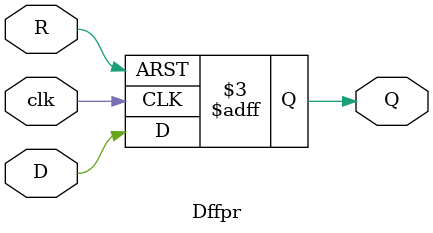
<source format=v>
module Dffpr(Q,D,R,clk);
  input D,R,clk;
  output Q;
  reg Q;
always @(posedge clk, negedge R)
  begin
  if(!R)
  Q<=1'b1;
else
  Q<=D;
  end
endmodule
</source>
